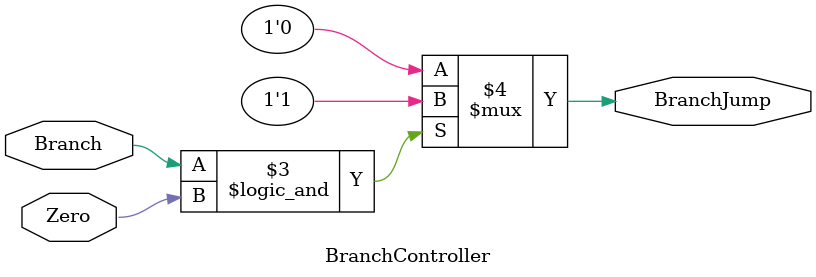
<source format=v>
`timescale 1ns/1ns
module BranchController(input Branch, input Zero, output BranchJump);
    assign BranchJump = (Branch == 1'b1 && Zero == 1'b1)  ? 1'b1 : 1'b0;
endmodule

</source>
